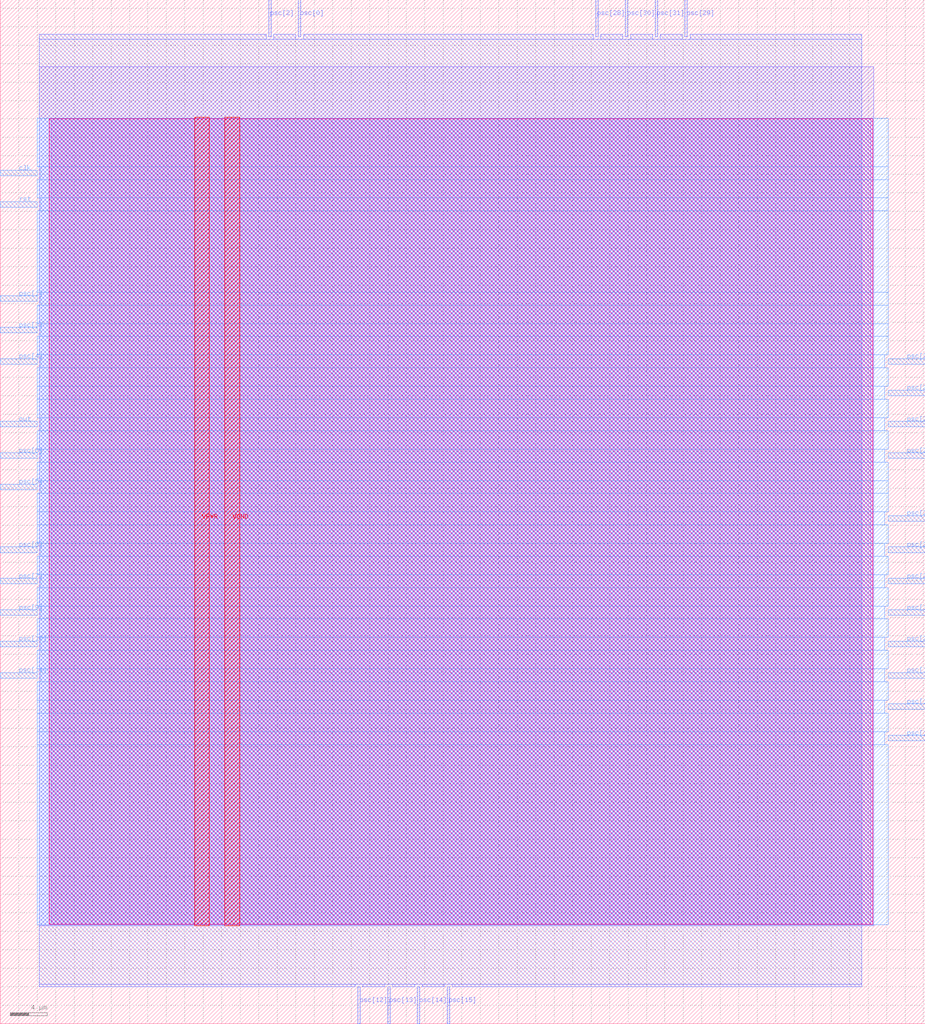
<source format=lef>
VERSION 5.7 ;
  NOWIREEXTENSIONATPIN ON ;
  DIVIDERCHAR "/" ;
  BUSBITCHARS "[]" ;
MACRO freq_psc
  CLASS BLOCK ;
  FOREIGN freq_psc ;
  ORIGIN 0.000 0.000 ;
  SIZE 100.190 BY 110.910 ;
  PIN VGND
    DIRECTION INOUT ;
    USE GROUND ;
    PORT
      LAYER met4 ;
        RECT 24.340 10.640 25.940 98.160 ;
    END
  END VGND
  PIN VPWR
    DIRECTION INOUT ;
    USE POWER ;
    PORT
      LAYER met4 ;
        RECT 21.040 10.640 22.640 98.160 ;
    END
  END VPWR
  PIN clk
    DIRECTION INPUT ;
    USE SIGNAL ;
    ANTENNAGATEAREA 0.852000 ;
    PORT
      LAYER met3 ;
        RECT 0.000 91.840 4.000 92.440 ;
    END
  END clk
  PIN out
    DIRECTION OUTPUT ;
    USE SIGNAL ;
    ANTENNADIFFAREA 0.445500 ;
    PORT
      LAYER met3 ;
        RECT 0.000 64.640 4.000 65.240 ;
    END
  END out
  PIN psc[0]
    DIRECTION INPUT ;
    USE SIGNAL ;
    ANTENNAGATEAREA 0.495000 ;
    PORT
      LAYER met2 ;
        RECT 32.290 106.910 32.570 110.910 ;
    END
  END psc[0]
  PIN psc[10]
    DIRECTION INPUT ;
    USE SIGNAL ;
    ANTENNAGATEAREA 0.126000 ;
    PORT
      LAYER met3 ;
        RECT 0.000 40.840 4.000 41.440 ;
    END
  END psc[10]
  PIN psc[11]
    DIRECTION INPUT ;
    USE SIGNAL ;
    ANTENNAGATEAREA 0.126000 ;
    PORT
      LAYER met3 ;
        RECT 0.000 37.440 4.000 38.040 ;
    END
  END psc[11]
  PIN psc[12]
    DIRECTION INPUT ;
    USE SIGNAL ;
    ANTENNAGATEAREA 0.196500 ;
    PORT
      LAYER met2 ;
        RECT 38.730 0.000 39.010 4.000 ;
    END
  END psc[12]
  PIN psc[13]
    DIRECTION INPUT ;
    USE SIGNAL ;
    ANTENNAGATEAREA 0.196500 ;
    PORT
      LAYER met2 ;
        RECT 41.950 0.000 42.230 4.000 ;
    END
  END psc[13]
  PIN psc[14]
    DIRECTION INPUT ;
    USE SIGNAL ;
    ANTENNAGATEAREA 0.213000 ;
    PORT
      LAYER met2 ;
        RECT 45.170 0.000 45.450 4.000 ;
    END
  END psc[14]
  PIN psc[15]
    DIRECTION INPUT ;
    USE SIGNAL ;
    ANTENNAGATEAREA 0.126000 ;
    PORT
      LAYER met2 ;
        RECT 48.390 0.000 48.670 4.000 ;
    END
  END psc[15]
  PIN psc[16]
    DIRECTION INPUT ;
    USE SIGNAL ;
    ANTENNAGATEAREA 0.126000 ;
    PORT
      LAYER met3 ;
        RECT 96.190 30.640 100.190 31.240 ;
    END
  END psc[16]
  PIN psc[17]
    DIRECTION INPUT ;
    USE SIGNAL ;
    ANTENNAGATEAREA 0.196500 ;
    PORT
      LAYER met3 ;
        RECT 96.190 37.440 100.190 38.040 ;
    END
  END psc[17]
  PIN psc[18]
    DIRECTION INPUT ;
    USE SIGNAL ;
    ANTENNAGATEAREA 0.196500 ;
    PORT
      LAYER met3 ;
        RECT 96.190 34.040 100.190 34.640 ;
    END
  END psc[18]
  PIN psc[19]
    DIRECTION INPUT ;
    USE SIGNAL ;
    ANTENNAGATEAREA 0.213000 ;
    PORT
      LAYER met3 ;
        RECT 96.190 44.240 100.190 44.840 ;
    END
  END psc[19]
  PIN psc[1]
    DIRECTION INPUT ;
    USE SIGNAL ;
    ANTENNAGATEAREA 0.495000 ;
    PORT
      LAYER met3 ;
        RECT 0.000 78.240 4.000 78.840 ;
    END
  END psc[1]
  PIN psc[20]
    DIRECTION INPUT ;
    USE SIGNAL ;
    ANTENNAGATEAREA 0.196500 ;
    PORT
      LAYER met3 ;
        RECT 96.190 40.840 100.190 41.440 ;
    END
  END psc[20]
  PIN psc[21]
    DIRECTION INPUT ;
    USE SIGNAL ;
    ANTENNAGATEAREA 0.196500 ;
    PORT
      LAYER met3 ;
        RECT 96.190 54.440 100.190 55.040 ;
    END
  END psc[21]
  PIN psc[22]
    DIRECTION INPUT ;
    USE SIGNAL ;
    ANTENNAGATEAREA 0.196500 ;
    PORT
      LAYER met3 ;
        RECT 96.190 51.040 100.190 51.640 ;
    END
  END psc[22]
  PIN psc[23]
    DIRECTION INPUT ;
    USE SIGNAL ;
    ANTENNAGATEAREA 0.196500 ;
    PORT
      LAYER met3 ;
        RECT 96.190 47.640 100.190 48.240 ;
    END
  END psc[23]
  PIN psc[24]
    DIRECTION INPUT ;
    USE SIGNAL ;
    ANTENNAGATEAREA 0.196500 ;
    PORT
      LAYER met3 ;
        RECT 96.190 61.240 100.190 61.840 ;
    END
  END psc[24]
  PIN psc[25]
    DIRECTION INPUT ;
    USE SIGNAL ;
    ANTENNAGATEAREA 0.196500 ;
    PORT
      LAYER met3 ;
        RECT 96.190 64.640 100.190 65.240 ;
    END
  END psc[25]
  PIN psc[26]
    DIRECTION INPUT ;
    USE SIGNAL ;
    ANTENNAGATEAREA 0.196500 ;
    PORT
      LAYER met3 ;
        RECT 96.190 71.440 100.190 72.040 ;
    END
  END psc[26]
  PIN psc[27]
    DIRECTION INPUT ;
    USE SIGNAL ;
    ANTENNAGATEAREA 0.196500 ;
    PORT
      LAYER met3 ;
        RECT 96.190 68.040 100.190 68.640 ;
    END
  END psc[27]
  PIN psc[28]
    DIRECTION INPUT ;
    USE SIGNAL ;
    ANTENNAGATEAREA 0.126000 ;
    PORT
      LAYER met2 ;
        RECT 64.490 106.910 64.770 110.910 ;
    END
  END psc[28]
  PIN psc[29]
    DIRECTION INPUT ;
    USE SIGNAL ;
    ANTENNAGATEAREA 0.196500 ;
    PORT
      LAYER met2 ;
        RECT 74.150 106.910 74.430 110.910 ;
    END
  END psc[29]
  PIN psc[2]
    DIRECTION INPUT ;
    USE SIGNAL ;
    ANTENNAGATEAREA 0.126000 ;
    PORT
      LAYER met2 ;
        RECT 29.070 106.910 29.350 110.910 ;
    END
  END psc[2]
  PIN psc[30]
    DIRECTION INPUT ;
    USE SIGNAL ;
    ANTENNAGATEAREA 0.196500 ;
    PORT
      LAYER met2 ;
        RECT 67.710 106.910 67.990 110.910 ;
    END
  END psc[30]
  PIN psc[31]
    DIRECTION INPUT ;
    USE SIGNAL ;
    ANTENNAGATEAREA 0.196500 ;
    PORT
      LAYER met2 ;
        RECT 70.930 106.910 71.210 110.910 ;
    END
  END psc[31]
  PIN psc[3]
    DIRECTION INPUT ;
    USE SIGNAL ;
    ANTENNAGATEAREA 0.196500 ;
    PORT
      LAYER met3 ;
        RECT 0.000 74.840 4.000 75.440 ;
    END
  END psc[3]
  PIN psc[4]
    DIRECTION INPUT ;
    USE SIGNAL ;
    ANTENNAGATEAREA 0.196500 ;
    PORT
      LAYER met3 ;
        RECT 0.000 71.440 4.000 72.040 ;
    END
  END psc[4]
  PIN psc[5]
    DIRECTION INPUT ;
    USE SIGNAL ;
    ANTENNAGATEAREA 0.196500 ;
    PORT
      LAYER met3 ;
        RECT 0.000 57.840 4.000 58.440 ;
    END
  END psc[5]
  PIN psc[6]
    DIRECTION INPUT ;
    USE SIGNAL ;
    ANTENNAGATEAREA 0.196500 ;
    PORT
      LAYER met3 ;
        RECT 0.000 61.240 4.000 61.840 ;
    END
  END psc[6]
  PIN psc[7]
    DIRECTION INPUT ;
    USE SIGNAL ;
    ANTENNAGATEAREA 0.196500 ;
    PORT
      LAYER met3 ;
        RECT 0.000 47.640 4.000 48.240 ;
    END
  END psc[7]
  PIN psc[8]
    DIRECTION INPUT ;
    USE SIGNAL ;
    ANTENNAGATEAREA 0.196500 ;
    PORT
      LAYER met3 ;
        RECT 0.000 51.040 4.000 51.640 ;
    END
  END psc[8]
  PIN psc[9]
    DIRECTION INPUT ;
    USE SIGNAL ;
    ANTENNAGATEAREA 0.196500 ;
    PORT
      LAYER met3 ;
        RECT 0.000 44.240 4.000 44.840 ;
    END
  END psc[9]
  PIN rst
    DIRECTION INPUT ;
    USE SIGNAL ;
    ANTENNAGATEAREA 0.126000 ;
    PORT
      LAYER met3 ;
        RECT 0.000 88.440 4.000 89.040 ;
    END
  END rst
  OBS
      LAYER nwell ;
        RECT 5.330 10.795 94.490 98.005 ;
      LAYER li1 ;
        RECT 5.520 10.795 94.300 98.005 ;
      LAYER met1 ;
        RECT 4.210 10.640 94.600 103.660 ;
      LAYER met2 ;
        RECT 4.230 106.630 28.790 107.170 ;
        RECT 29.630 106.630 32.010 107.170 ;
        RECT 32.850 106.630 64.210 107.170 ;
        RECT 65.050 106.630 67.430 107.170 ;
        RECT 68.270 106.630 70.650 107.170 ;
        RECT 71.490 106.630 73.870 107.170 ;
        RECT 74.710 106.630 93.290 107.170 ;
        RECT 4.230 4.280 93.290 106.630 ;
        RECT 4.230 4.000 38.450 4.280 ;
        RECT 39.290 4.000 41.670 4.280 ;
        RECT 42.510 4.000 44.890 4.280 ;
        RECT 45.730 4.000 48.110 4.280 ;
        RECT 48.950 4.000 93.290 4.280 ;
      LAYER met3 ;
        RECT 3.990 92.840 96.190 98.085 ;
        RECT 4.400 91.440 96.190 92.840 ;
        RECT 3.990 89.440 96.190 91.440 ;
        RECT 4.400 88.040 96.190 89.440 ;
        RECT 3.990 79.240 96.190 88.040 ;
        RECT 4.400 77.840 96.190 79.240 ;
        RECT 3.990 75.840 96.190 77.840 ;
        RECT 4.400 74.440 96.190 75.840 ;
        RECT 3.990 72.440 96.190 74.440 ;
        RECT 4.400 71.040 95.790 72.440 ;
        RECT 3.990 69.040 96.190 71.040 ;
        RECT 3.990 67.640 95.790 69.040 ;
        RECT 3.990 65.640 96.190 67.640 ;
        RECT 4.400 64.240 95.790 65.640 ;
        RECT 3.990 62.240 96.190 64.240 ;
        RECT 4.400 60.840 95.790 62.240 ;
        RECT 3.990 58.840 96.190 60.840 ;
        RECT 4.400 57.440 96.190 58.840 ;
        RECT 3.990 55.440 96.190 57.440 ;
        RECT 3.990 54.040 95.790 55.440 ;
        RECT 3.990 52.040 96.190 54.040 ;
        RECT 4.400 50.640 95.790 52.040 ;
        RECT 3.990 48.640 96.190 50.640 ;
        RECT 4.400 47.240 95.790 48.640 ;
        RECT 3.990 45.240 96.190 47.240 ;
        RECT 4.400 43.840 95.790 45.240 ;
        RECT 3.990 41.840 96.190 43.840 ;
        RECT 4.400 40.440 95.790 41.840 ;
        RECT 3.990 38.440 96.190 40.440 ;
        RECT 4.400 37.040 95.790 38.440 ;
        RECT 3.990 35.040 96.190 37.040 ;
        RECT 3.990 33.640 95.790 35.040 ;
        RECT 3.990 31.640 96.190 33.640 ;
        RECT 3.990 30.240 95.790 31.640 ;
        RECT 3.990 10.715 96.190 30.240 ;
  END
END freq_psc
END LIBRARY


</source>
